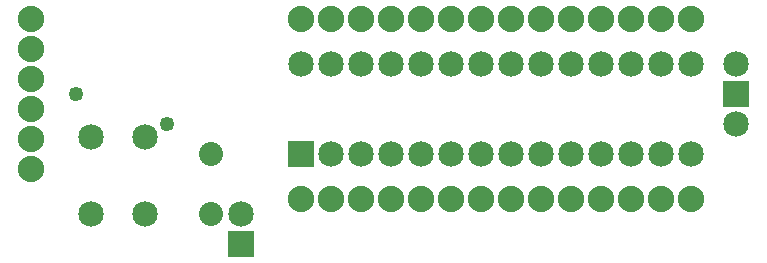
<source format=gts>
G04 MADE WITH FRITZING*
G04 WWW.FRITZING.ORG*
G04 DOUBLE SIDED*
G04 HOLES PLATED*
G04 CONTOUR ON CENTER OF CONTOUR VECTOR*
%ASAXBY*%
%FSLAX23Y23*%
%MOIN*%
%OFA0B0*%
%SFA1.0B1.0*%
%ADD10C,0.088000*%
%ADD11C,0.085000*%
%ADD12C,0.049370*%
%ADD13C,0.080000*%
%ADD14R,0.085000X0.085000*%
%LNMASK1*%
G90*
G70*
G54D10*
X134Y811D03*
X134Y711D03*
X134Y611D03*
X134Y511D03*
X134Y411D03*
X134Y311D03*
G54D11*
X834Y61D03*
X834Y161D03*
G54D10*
X1034Y211D03*
X1134Y211D03*
X1234Y211D03*
X1334Y211D03*
X1434Y211D03*
X1534Y211D03*
X1634Y211D03*
X1734Y211D03*
X1834Y211D03*
X1934Y211D03*
X2034Y211D03*
X2134Y211D03*
X2234Y211D03*
X2334Y211D03*
X1034Y811D03*
X1134Y811D03*
X1234Y811D03*
X1334Y811D03*
X1434Y811D03*
X1534Y811D03*
X1634Y811D03*
X1734Y811D03*
X1834Y811D03*
X1934Y811D03*
X2034Y811D03*
X2134Y811D03*
X2234Y811D03*
X2334Y811D03*
G54D11*
X2484Y661D03*
X2484Y561D03*
X2484Y461D03*
X511Y416D03*
X511Y161D03*
X334Y416D03*
X334Y161D03*
G54D12*
X284Y561D03*
G54D11*
X1034Y361D03*
X1034Y661D03*
X1134Y361D03*
X1134Y661D03*
X1234Y361D03*
X1234Y661D03*
X1334Y361D03*
X1334Y661D03*
X1434Y361D03*
X1434Y661D03*
X1534Y361D03*
X1534Y661D03*
X1634Y361D03*
X1634Y661D03*
X1734Y361D03*
X1734Y661D03*
X1834Y361D03*
X1834Y661D03*
X1934Y361D03*
X1934Y661D03*
X2034Y361D03*
X2034Y661D03*
X2134Y361D03*
X2134Y661D03*
X2234Y361D03*
X2234Y661D03*
X2334Y361D03*
X2334Y661D03*
G54D12*
X585Y461D03*
G54D13*
X734Y361D03*
X734Y161D03*
G54D14*
X834Y61D03*
X2484Y561D03*
X1034Y361D03*
G04 End of Mask1*
M02*
</source>
